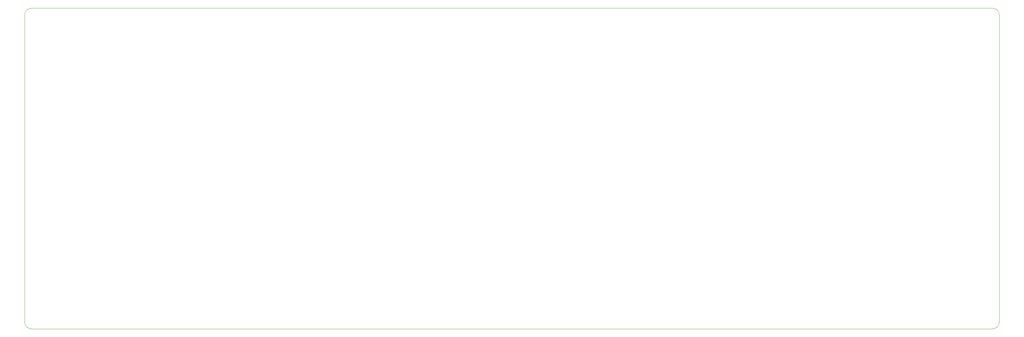
<source format=gbr>
G04 (created by PCBNEW (2012-oct-18)-testing) date Fri 26 Oct 2012 04:47:30 PM CEST*
%MOIN*%
G04 Gerber Fmt 3.4, Leading zero omitted, Abs format*
%FSLAX34Y34*%
G01*
G70*
G90*
G04 APERTURE LIST*
%ADD10C,3.93701e-06*%
%ADD11C,0.0039*%
G04 APERTURE END LIST*
G54D10*
G54D11*
X787Y0D02*
G75*
G03X0Y-787I0J-787D01*
G74*
G01*
X0Y-36221D02*
G75*
G03X787Y-37008I787J0D01*
G74*
G01*
X111417Y-37008D02*
G75*
G03X112204Y-36221I0J787D01*
G74*
G01*
X112204Y-787D02*
G75*
G03X111417Y0I-787J0D01*
G74*
G01*
X0Y-36221D02*
X0Y-787D01*
X111418Y-37008D02*
X787Y-37008D01*
X112205Y-787D02*
X112205Y-36221D01*
X787Y0D02*
X111418Y0D01*
M02*

</source>
